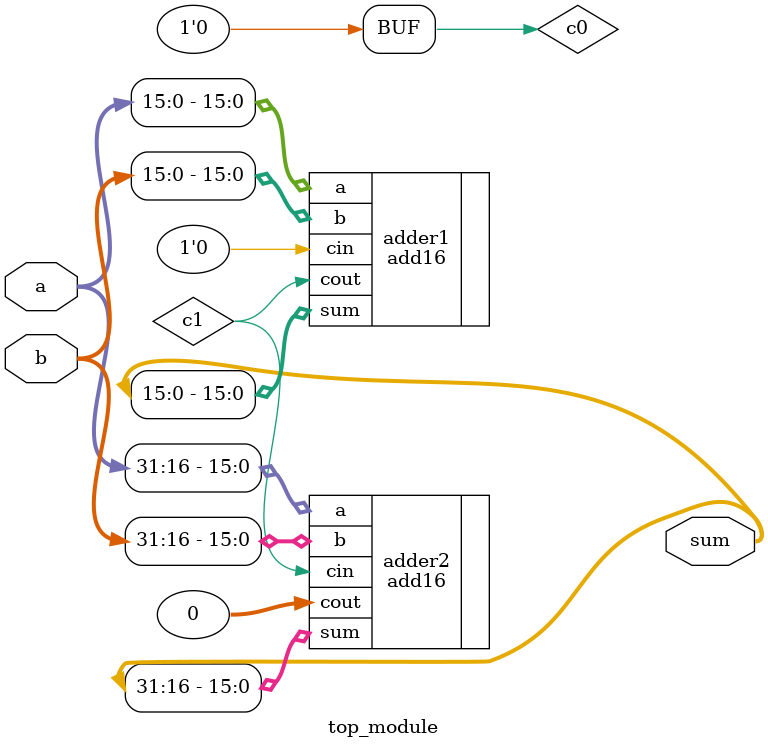
<source format=v>
module top_module(
    input [31:0] a,
    input [31:0] b,
    output [31:0] sum
);
    wire c1, c0=0;
    add16 adder1 ( .a(a[15:0]), .b(b[15:0]), .cin(c0), .sum(sum[15:0]), .cout(c1) );
    add16 adder2 ( .a(a[31:16]), .b(b[31:16]), .cin(c1), .sum(sum[31:16]), .cout(0) );

endmodule

</source>
